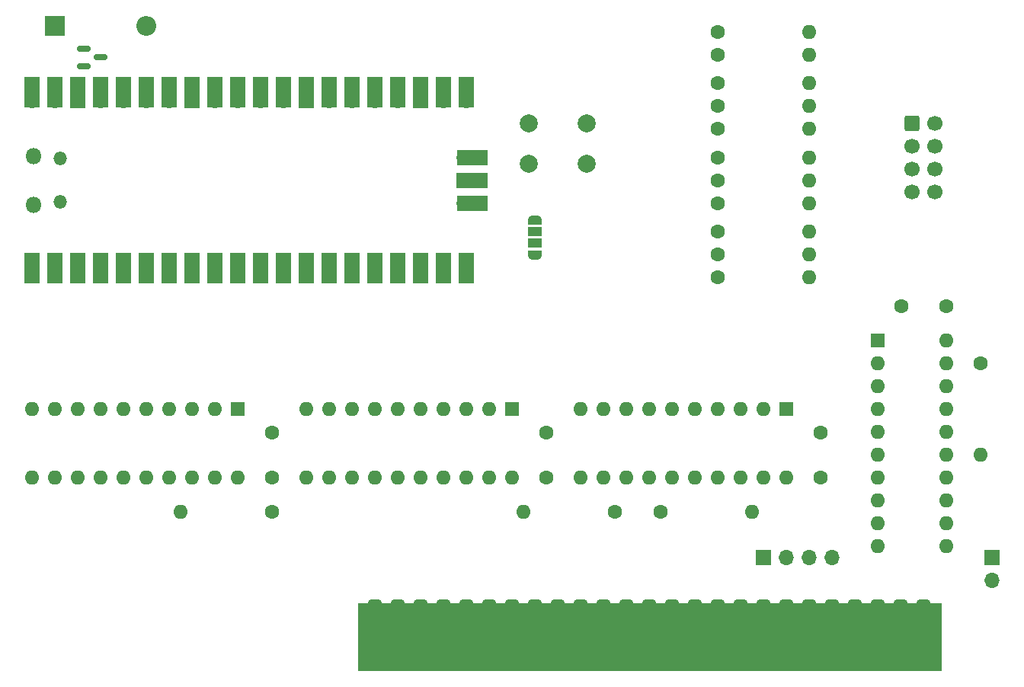
<source format=gbr>
%TF.GenerationSoftware,KiCad,Pcbnew,7.0.6*%
%TF.CreationDate,2023-09-09T11:39:23-04:00*%
%TF.ProjectId,AppleVGA,4170706c-6556-4474-912e-6b696361645f,B*%
%TF.SameCoordinates,Original*%
%TF.FileFunction,Soldermask,Top*%
%TF.FilePolarity,Negative*%
%FSLAX46Y46*%
G04 Gerber Fmt 4.6, Leading zero omitted, Abs format (unit mm)*
G04 Created by KiCad (PCBNEW 7.0.6) date 2023-09-09 11:39:23*
%MOMM*%
%LPD*%
G01*
G04 APERTURE LIST*
G04 Aperture macros list*
%AMRoundRect*
0 Rectangle with rounded corners*
0 $1 Rounding radius*
0 $2 $3 $4 $5 $6 $7 $8 $9 X,Y pos of 4 corners*
0 Add a 4 corners polygon primitive as box body*
4,1,4,$2,$3,$4,$5,$6,$7,$8,$9,$2,$3,0*
0 Add four circle primitives for the rounded corners*
1,1,$1+$1,$2,$3*
1,1,$1+$1,$4,$5*
1,1,$1+$1,$6,$7*
1,1,$1+$1,$8,$9*
0 Add four rect primitives between the rounded corners*
20,1,$1+$1,$2,$3,$4,$5,0*
20,1,$1+$1,$4,$5,$6,$7,0*
20,1,$1+$1,$6,$7,$8,$9,0*
20,1,$1+$1,$8,$9,$2,$3,0*%
%AMFreePoly0*
4,1,19,0.550000,-0.750000,0.000000,-0.750000,0.000000,-0.744911,-0.071157,-0.744911,-0.207708,-0.704816,-0.327430,-0.627875,-0.420627,-0.520320,-0.479746,-0.390866,-0.500000,-0.250000,-0.500000,0.250000,-0.479746,0.390866,-0.420627,0.520320,-0.327430,0.627875,-0.207708,0.704816,-0.071157,0.744911,0.000000,0.744911,0.000000,0.750000,0.550000,0.750000,0.550000,-0.750000,0.550000,-0.750000,
$1*%
%AMFreePoly1*
4,1,19,0.000000,0.744911,0.071157,0.744911,0.207708,0.704816,0.327430,0.627875,0.420627,0.520320,0.479746,0.390866,0.500000,0.250000,0.500000,-0.250000,0.479746,-0.390866,0.420627,-0.520320,0.327430,-0.627875,0.207708,-0.704816,0.071157,-0.744911,0.000000,-0.744911,0.000000,-0.750000,-0.550000,-0.750000,-0.550000,0.750000,0.000000,0.750000,0.000000,0.744911,0.000000,0.744911,
$1*%
G04 Aperture macros list end*
%ADD10C,0.050000*%
%ADD11RoundRect,0.381000X0.381000X3.175000X-0.381000X3.175000X-0.381000X-3.175000X0.381000X-3.175000X0*%
%ADD12C,1.600000*%
%ADD13O,1.600000X1.600000*%
%ADD14O,1.800000X1.800000*%
%ADD15O,1.500000X1.500000*%
%ADD16O,1.700000X1.700000*%
%ADD17R,1.700000X3.500000*%
%ADD18R,1.700000X1.700000*%
%ADD19R,3.500000X1.700000*%
%ADD20R,2.200000X2.200000*%
%ADD21O,2.200000X2.200000*%
%ADD22C,2.000000*%
%ADD23R,1.600000X1.600000*%
%ADD24RoundRect,0.250000X-0.600000X-0.600000X0.600000X-0.600000X0.600000X0.600000X-0.600000X0.600000X0*%
%ADD25C,1.700000*%
%ADD26FreePoly0,90.000000*%
%ADD27R,1.500000X1.000000*%
%ADD28FreePoly1,90.000000*%
%ADD29RoundRect,0.150000X-0.587500X-0.150000X0.587500X-0.150000X0.587500X0.150000X-0.587500X0.150000X0*%
G04 APERTURE END LIST*
D10*
%TO.C,J1*%
X120015000Y-133350000D02*
X184785000Y-133350000D01*
X184785000Y-133350000D02*
X184785000Y-140843000D01*
X184785000Y-140843000D02*
X120015000Y-140843000D01*
X120015000Y-140843000D02*
X120015000Y-133350000D01*
G36*
X120015000Y-133350000D02*
G01*
X184785000Y-133350000D01*
X184785000Y-140843000D01*
X120015000Y-140843000D01*
X120015000Y-133350000D01*
G37*
%TD*%
D11*
%TO.C,J1*%
X121920000Y-136525000D03*
X124460000Y-136525000D03*
X127000000Y-136525000D03*
X129540000Y-136525000D03*
X132080000Y-136525000D03*
X134620000Y-136525000D03*
X137160000Y-136525000D03*
X139700000Y-136525000D03*
X142240000Y-136525000D03*
X144780000Y-136525000D03*
X147320000Y-136525000D03*
X149860000Y-136525000D03*
X152400000Y-136525000D03*
X154940000Y-136525000D03*
X157480000Y-136525000D03*
X160020000Y-136525000D03*
X162560000Y-136525000D03*
X165100000Y-136525000D03*
X167640000Y-136525000D03*
X170180000Y-136525000D03*
X172720000Y-136525000D03*
X175260000Y-136525000D03*
X177800000Y-136525000D03*
X180340000Y-136525000D03*
X182880000Y-136525000D03*
%TD*%
D12*
%TO.C,R6*%
X160020000Y-80645000D03*
D13*
X170180000Y-80645000D03*
%TD*%
D12*
%TO.C,R7*%
X160020000Y-83820000D03*
D13*
X170180000Y-83820000D03*
%TD*%
D12*
%TO.C,R14*%
X160020000Y-72390000D03*
D13*
X170180000Y-72390000D03*
%TD*%
D12*
%TO.C,R13*%
X160020000Y-69850000D03*
D13*
X170180000Y-69850000D03*
%TD*%
D12*
%TO.C,R11*%
X160020000Y-94615000D03*
D13*
X170180000Y-94615000D03*
%TD*%
D12*
%TO.C,R12*%
X160020000Y-97155000D03*
D13*
X170180000Y-97155000D03*
%TD*%
D12*
%TO.C,R10*%
X160020000Y-92075000D03*
D13*
X170180000Y-92075000D03*
%TD*%
D12*
%TO.C,R8*%
X160020000Y-86360000D03*
D13*
X170180000Y-86360000D03*
%TD*%
D12*
%TO.C,R9*%
X160020000Y-88900000D03*
D13*
X170180000Y-88900000D03*
%TD*%
D14*
%TO.C,U6*%
X83950000Y-89085000D03*
D15*
X86980000Y-88785000D03*
X86980000Y-83935000D03*
D14*
X83950000Y-83635000D03*
D16*
X83820000Y-95250000D03*
D17*
X83820000Y-96150000D03*
D16*
X86360000Y-95250000D03*
D17*
X86360000Y-96150000D03*
D18*
X88900000Y-95250000D03*
D17*
X88900000Y-96150000D03*
D16*
X91440000Y-95250000D03*
D17*
X91440000Y-96150000D03*
D16*
X93980000Y-95250000D03*
D17*
X93980000Y-96150000D03*
D16*
X96520000Y-95250000D03*
D17*
X96520000Y-96150000D03*
D16*
X99060000Y-95250000D03*
D17*
X99060000Y-96150000D03*
D18*
X101600000Y-95250000D03*
D17*
X101600000Y-96150000D03*
D16*
X104140000Y-95250000D03*
D17*
X104140000Y-96150000D03*
D16*
X106680000Y-95250000D03*
D17*
X106680000Y-96150000D03*
D16*
X109220000Y-95250000D03*
D17*
X109220000Y-96150000D03*
D16*
X111760000Y-95250000D03*
D17*
X111760000Y-96150000D03*
D18*
X114300000Y-95250000D03*
D17*
X114300000Y-96150000D03*
D16*
X116840000Y-95250000D03*
D17*
X116840000Y-96150000D03*
D16*
X119380000Y-95250000D03*
D17*
X119380000Y-96150000D03*
D16*
X121920000Y-95250000D03*
D17*
X121920000Y-96150000D03*
D16*
X124460000Y-95250000D03*
D17*
X124460000Y-96150000D03*
D18*
X127000000Y-95250000D03*
D17*
X127000000Y-96150000D03*
D16*
X129540000Y-95250000D03*
D17*
X129540000Y-96150000D03*
D16*
X132080000Y-95250000D03*
D17*
X132080000Y-96150000D03*
D16*
X132080000Y-77470000D03*
D17*
X132080000Y-76570000D03*
D16*
X129540000Y-77470000D03*
D17*
X129540000Y-76570000D03*
D18*
X127000000Y-77470000D03*
D17*
X127000000Y-76570000D03*
D16*
X124460000Y-77470000D03*
D17*
X124460000Y-76570000D03*
D16*
X121920000Y-77470000D03*
D17*
X121920000Y-76570000D03*
D16*
X119380000Y-77470000D03*
D17*
X119380000Y-76570000D03*
D16*
X116840000Y-77470000D03*
D17*
X116840000Y-76570000D03*
D18*
X114300000Y-77470000D03*
D17*
X114300000Y-76570000D03*
D16*
X111760000Y-77470000D03*
D17*
X111760000Y-76570000D03*
D16*
X109220000Y-77470000D03*
D17*
X109220000Y-76570000D03*
D16*
X106680000Y-77470000D03*
D17*
X106680000Y-76570000D03*
D16*
X104140000Y-77470000D03*
D17*
X104140000Y-76570000D03*
D18*
X101600000Y-77470000D03*
D17*
X101600000Y-76570000D03*
D16*
X99060000Y-77470000D03*
D17*
X99060000Y-76570000D03*
D16*
X96520000Y-77470000D03*
D17*
X96520000Y-76570000D03*
D16*
X93980000Y-77470000D03*
D17*
X93980000Y-76570000D03*
D16*
X91440000Y-77470000D03*
D17*
X91440000Y-76570000D03*
D18*
X88900000Y-77470000D03*
D17*
X88900000Y-76570000D03*
D16*
X86360000Y-77470000D03*
D17*
X86360000Y-76570000D03*
D16*
X83820000Y-77470000D03*
D17*
X83820000Y-76570000D03*
D16*
X131850000Y-88900000D03*
D19*
X132750000Y-88900000D03*
D18*
X131850000Y-86360000D03*
D19*
X132750000Y-86360000D03*
D16*
X131850000Y-83820000D03*
D19*
X132750000Y-83820000D03*
%TD*%
D20*
%TO.C,D1*%
X86360000Y-69215000D03*
D21*
X96520000Y-69215000D03*
%TD*%
D22*
%TO.C,SW1*%
X138990000Y-80010000D03*
X145490000Y-80010000D03*
X138990000Y-84510000D03*
X145490000Y-84510000D03*
%TD*%
D23*
%TO.C,U1*%
X167640000Y-111760000D03*
D13*
X165100000Y-111760000D03*
X162560000Y-111760000D03*
X160020000Y-111760000D03*
X157480000Y-111760000D03*
X154940000Y-111760000D03*
X152400000Y-111760000D03*
X149860000Y-111760000D03*
X147320000Y-111760000D03*
X144780000Y-111760000D03*
X144780000Y-119380000D03*
X147320000Y-119380000D03*
X149860000Y-119380000D03*
X152400000Y-119380000D03*
X154940000Y-119380000D03*
X157480000Y-119380000D03*
X160020000Y-119380000D03*
X162560000Y-119380000D03*
X165100000Y-119380000D03*
X167640000Y-119380000D03*
%TD*%
D23*
%TO.C,U3*%
X106680000Y-111760000D03*
D13*
X104140000Y-111760000D03*
X101600000Y-111760000D03*
X99060000Y-111760000D03*
X96520000Y-111760000D03*
X93980000Y-111760000D03*
X91440000Y-111760000D03*
X88900000Y-111760000D03*
X86360000Y-111760000D03*
X83820000Y-111760000D03*
X83820000Y-119380000D03*
X86360000Y-119380000D03*
X88900000Y-119380000D03*
X91440000Y-119380000D03*
X93980000Y-119380000D03*
X96520000Y-119380000D03*
X99060000Y-119380000D03*
X101600000Y-119380000D03*
X104140000Y-119380000D03*
X106680000Y-119380000D03*
%TD*%
D23*
%TO.C,U2*%
X137160000Y-111760000D03*
D13*
X134620000Y-111760000D03*
X132080000Y-111760000D03*
X129540000Y-111760000D03*
X127000000Y-111760000D03*
X124460000Y-111760000D03*
X121920000Y-111760000D03*
X119380000Y-111760000D03*
X116840000Y-111760000D03*
X114300000Y-111760000D03*
X114300000Y-119380000D03*
X116840000Y-119380000D03*
X119380000Y-119380000D03*
X121920000Y-119380000D03*
X124460000Y-119380000D03*
X127000000Y-119380000D03*
X129540000Y-119380000D03*
X132080000Y-119380000D03*
X134620000Y-119380000D03*
X137160000Y-119380000D03*
%TD*%
D23*
%TO.C,U4*%
X177800000Y-104140000D03*
D13*
X177800000Y-106680000D03*
X177800000Y-109220000D03*
X177800000Y-111760000D03*
X177800000Y-114300000D03*
X177800000Y-116840000D03*
X177800000Y-119380000D03*
X177800000Y-121920000D03*
X177800000Y-124460000D03*
X177800000Y-127000000D03*
X185420000Y-127000000D03*
X185420000Y-124460000D03*
X185420000Y-121920000D03*
X185420000Y-119380000D03*
X185420000Y-116840000D03*
X185420000Y-114300000D03*
X185420000Y-111760000D03*
X185420000Y-109220000D03*
X185420000Y-106680000D03*
X185420000Y-104140000D03*
%TD*%
D12*
%TO.C,C3*%
X110490000Y-119380000D03*
X110490000Y-114380000D03*
%TD*%
%TO.C,C1*%
X171450000Y-119380000D03*
X171450000Y-114380000D03*
%TD*%
D24*
%TO.C,J2*%
X181610000Y-80010000D03*
D25*
X184150000Y-80010000D03*
X181610000Y-82550000D03*
X184150000Y-82550000D03*
X181610000Y-85090000D03*
X184150000Y-85090000D03*
X181610000Y-87630000D03*
X184150000Y-87630000D03*
%TD*%
D12*
%TO.C,R5*%
X160020000Y-78105000D03*
D13*
X170180000Y-78105000D03*
%TD*%
D12*
%TO.C,R4*%
X160020000Y-75565000D03*
D13*
X170180000Y-75565000D03*
%TD*%
D12*
%TO.C,R1*%
X153670000Y-123190000D03*
D13*
X163830000Y-123190000D03*
%TD*%
D26*
%TO.C,JP1*%
X139700000Y-94645000D03*
D27*
X139700000Y-93345000D03*
X139700000Y-92045000D03*
D28*
X139700000Y-90745000D03*
%TD*%
D12*
%TO.C,R15*%
X189230000Y-106680000D03*
D13*
X189230000Y-116840000D03*
%TD*%
D18*
%TO.C,TP1*%
X190500000Y-128270000D03*
D16*
X190500000Y-130810000D03*
%TD*%
D12*
%TO.C,C2*%
X140970000Y-119380000D03*
X140970000Y-114380000D03*
%TD*%
D29*
%TO.C,Q1*%
X89565000Y-71742500D03*
X89565000Y-73642500D03*
X91440000Y-72692500D03*
%TD*%
D18*
%TO.C,TP2*%
X165100000Y-128270000D03*
D16*
X167640000Y-128270000D03*
X170180000Y-128270000D03*
X172720000Y-128270000D03*
%TD*%
D12*
%TO.C,R3*%
X110490000Y-123190000D03*
D13*
X100330000Y-123190000D03*
%TD*%
D12*
%TO.C,C4*%
X185420000Y-100330000D03*
X180420000Y-100330000D03*
%TD*%
%TO.C,R2*%
X148590000Y-123190000D03*
D13*
X138430000Y-123190000D03*
%TD*%
M02*

</source>
